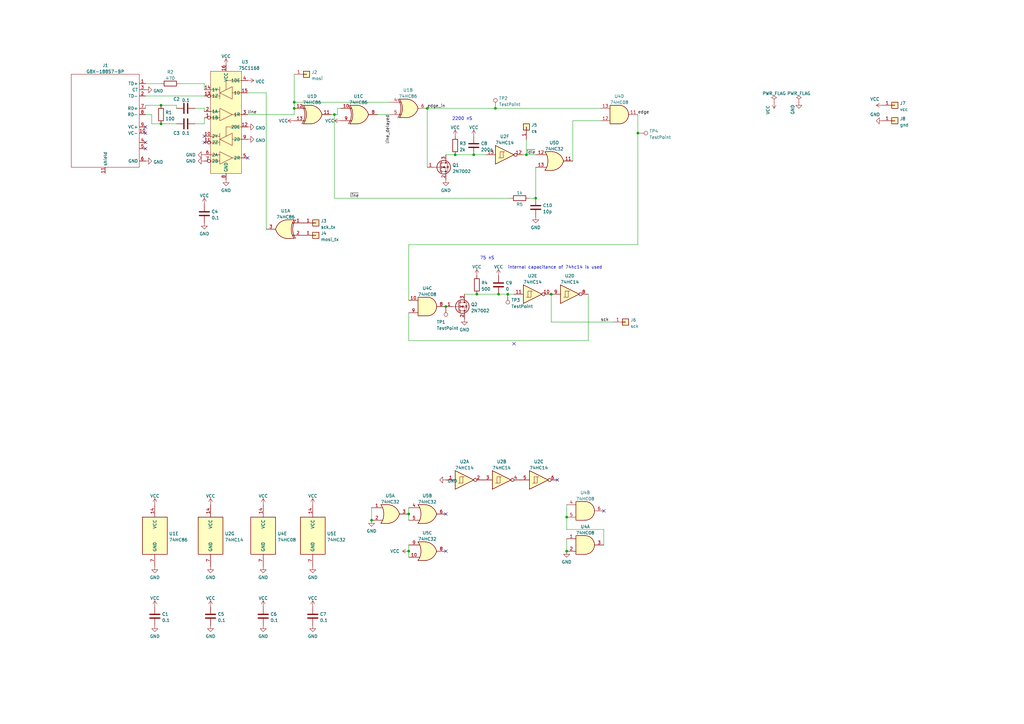
<source format=kicad_sch>
(kicad_sch (version 20211123) (generator eeschema)
  (paper "A3")
  (title_block (date "2022-09-06"))
  (lib_symbols
    (symbol "74xx:74HC14" (pin_names (offset 1.016))
      (property "Reference" "U" (at 0 1.27 0))
      (property "Value" "74HC14" (at 0 -1.27 0))
      (symbol "74HC14_1_0"
        (pin input line (at -7.62 0 0) (length 3.81) (name "~") (number "1"))
        (pin output inverted (at 7.62 0 180) (length 3.81) (name "~") (number "2"))
      )
      (symbol "74HC14_2_0"
        (pin input line (at -7.62 0 0) (length 3.81) (name "~") (number "3"))
        (pin output inverted (at 7.62 0 180) (length 3.81) (name "~") (number "4"))
      )
      (symbol "74HC14_3_0"
        (pin input line (at -7.62 0 0) (length 3.81) (name "~") (number "5"))
        (pin output inverted (at 7.62 0 180) (length 3.81) (name "~") (number "6"))
      )
      (symbol "74HC14_4_0"
        (pin output inverted (at 7.62 0 180) (length 3.81) (name "~") (number "8"))
        (pin input line (at -7.62 0 0) (length 3.81) (name "~") (number "9"))
      )
      (symbol "74HC14_5_0"
        (pin output inverted (at 7.62 0 180) (length 3.81) (name "~") (number "10"))
        (pin input line (at -7.62 0 0) (length 3.81) (name "~") (number "11"))
      )
      (symbol "74HC14_6_0"
        (pin output inverted (at 7.62 0 180) (length 3.81) (name "~") (number "12"))
        (pin input line (at -7.62 0 0) (length 3.81) (name "~") (number "13"))
      )
      (symbol "74HC14_7_0"
        (pin power_in line (at 0 12.7 270) (length 5.08) (name "VCC") (number "14"))
        (pin power_in line (at 0 -12.7 90) (length 5.08) (name "GND") (number "7"))
      )
    )
    (symbol "74xx:74HC86" (pin_names (offset 1.016))
      (property "Reference" "U" (at 0 1.27 0))
      (property "Value" "74HC86" (at 0 -1.27 0))
      (symbol "74HC86_1_0"
        (pin input line (at -7.62 2.54 0) (length 4.445) (name "~") (number "1"))
        (pin input line (at -7.62 -2.54 0) (length 4.445) (name "~") (number "2"))
        (pin output line (at 7.62 0 180) (length 3.81) (name "~") (number "3"))
      )
      (symbol "74HC86_2_0"
        (pin input line (at -7.62 2.54 0) (length 4.445) (name "~") (number "4"))
        (pin input line (at -7.62 -2.54 0) (length 4.445) (name "~") (number "5"))
        (pin output line (at 7.62 0 180) (length 3.81) (name "~") (number "6"))
      )
      (symbol "74HC86_3_0"
        (pin input line (at -7.62 -2.54 0) (length 4.445) (name "~") (number "10"))
        (pin output line (at 7.62 0 180) (length 3.81) (name "~") (number "8"))
        (pin input line (at -7.62 2.54 0) (length 4.445) (name "~") (number "9"))
      )
      (symbol "74HC86_4_0"
        (pin output line (at 7.62 0 180) (length 3.81) (name "~") (number "11"))
        (pin input line (at -7.62 2.54 0) (length 4.445) (name "~") (number "12"))
        (pin input line (at -7.62 -2.54 0) (length 4.445) (name "~") (number "13"))
      )
      (symbol "74HC86_5_0"
        (pin power_in line (at 0 12.7 270) (length 5.08) (name "VCC") (number "14"))
        (pin power_in line (at 0 -12.7 90) (length 5.08) (name "GND") (number "7"))
      )
    )
    (symbol "74xx:74LS08" (pin_names (offset 1.016))
      (property "Reference" "U" (at 0 1.27 0))
      (property "Value" "74LS08" (at 0 -1.27 0))
      (symbol "74LS08_1_1"
        (pin input line (at -7.62 2.54 0) (length 3.81) (name "~") (number "1"))
        (pin input line (at -7.62 -2.54 0) (length 3.81) (name "~") (number "2"))
        (pin output line (at 7.62 0 180) (length 3.81) (name "~") (number "3"))
      )
      (symbol "74LS08_1_2"
        (pin input inverted (at -7.62 2.54 0) (length 4.318) (name "~") (number "1"))
        (pin input inverted (at -7.62 -2.54 0) (length 4.318) (name "~") (number "2"))
        (pin output inverted (at 7.62 0 180) (length 3.81) (name "~") (number "3"))
      )
      (symbol "74LS08_2_1"
        (pin input line (at -7.62 2.54 0) (length 3.81) (name "~") (number "4"))
        (pin input line (at -7.62 -2.54 0) (length 3.81) (name "~") (number "5"))
        (pin output line (at 7.62 0 180) (length 3.81) (name "~") (number "6"))
      )
      (symbol "74LS08_2_2"
        (pin input inverted (at -7.62 2.54 0) (length 4.318) (name "~") (number "4"))
        (pin input inverted (at -7.62 -2.54 0) (length 4.318) (name "~") (number "5"))
        (pin output inverted (at 7.62 0 180) (length 3.81) (name "~") (number "6"))
      )
      (symbol "74LS08_3_1"
        (pin input line (at -7.62 -2.54 0) (length 3.81) (name "~") (number "10"))
        (pin output line (at 7.62 0 180) (length 3.81) (name "~") (number "8"))
        (pin input line (at -7.62 2.54 0) (length 3.81) (name "~") (number "9"))
      )
      (symbol "74LS08_3_2"
        (pin input inverted (at -7.62 -2.54 0) (length 4.318) (name "~") (number "10"))
        (pin output inverted (at 7.62 0 180) (length 3.81) (name "~") (number "8"))
        (pin input inverted (at -7.62 2.54 0) (length 4.318) (name "~") (number "9"))
      )
      (symbol "74LS08_4_1"
        (pin output line (at 7.62 0 180) (length 3.81) (name "~") (number "11"))
        (pin input line (at -7.62 2.54 0) (length 3.81) (name "~") (number "12"))
        (pin input line (at -7.62 -2.54 0) (length 3.81) (name "~") (number "13"))
      )
      (symbol "74LS08_4_2"
        (pin output inverted (at 7.62 0 180) (length 3.81) (name "~") (number "11"))
        (pin input inverted (at -7.62 2.54 0) (length 4.318) (name "~") (number "12"))
        (pin input inverted (at -7.62 -2.54 0) (length 4.318) (name "~") (number "13"))
      )
      (symbol "74LS08_5_0"
        (pin power_in line (at 0 12.7 270) (length 5.08) (name "VCC") (number "14"))
        (pin power_in line (at 0 -12.7 90) (length 5.08) (name "GND") (number "7"))
      )
    )
    (symbol "74xx:74LS32" (pin_names (offset 1.016))
      (property "Reference" "U" (at 0 1.27 0))
      (property "Value" "74LS32" (at 0 -1.27 0))
      (symbol "74LS32_1_1"
        (pin input line (at -7.62 2.54 0) (length 4.318) (name "~") (number "1"))
        (pin input line (at -7.62 -2.54 0) (length 4.318) (name "~") (number "2"))
        (pin output line (at 7.62 0 180) (length 3.81) (name "~") (number "3"))
      )
      (symbol "74LS32_1_2"
        (pin input inverted (at -7.62 2.54 0) (length 3.81) (name "~") (number "1"))
        (pin input inverted (at -7.62 -2.54 0) (length 3.81) (name "~") (number "2"))
        (pin output inverted (at 7.62 0 180) (length 3.81) (name "~") (number "3"))
      )
      (symbol "74LS32_2_1"
        (pin input line (at -7.62 2.54 0) (length 4.318) (name "~") (number "4"))
        (pin input line (at -7.62 -2.54 0) (length 4.318) (name "~") (number "5"))
        (pin output line (at 7.62 0 180) (length 3.81) (name "~") (number "6"))
      )
      (symbol "74LS32_2_2"
        (pin input inverted (at -7.62 2.54 0) (length 3.81) (name "~") (number "4"))
        (pin input inverted (at -7.62 -2.54 0) (length 3.81) (name "~") (number "5"))
        (pin output inverted (at 7.62 0 180) (length 3.81) (name "~") (number "6"))
      )
      (symbol "74LS32_3_1"
        (pin input line (at -7.62 -2.54 0) (length 4.318) (name "~") (number "10"))
        (pin output line (at 7.62 0 180) (length 3.81) (name "~") (number "8"))
        (pin input line (at -7.62 2.54 0) (length 4.318) (name "~") (number "9"))
      )
      (symbol "74LS32_3_2"
        (pin input inverted (at -7.62 -2.54 0) (length 3.81) (name "~") (number "10"))
        (pin output inverted (at 7.62 0 180) (length 3.81) (name "~") (number "8"))
        (pin input inverted (at -7.62 2.54 0) (length 3.81) (name "~") (number "9"))
      )
      (symbol "74LS32_4_1"
        (pin output line (at 7.62 0 180) (length 3.81) (name "~") (number "11"))
        (pin input line (at -7.62 2.54 0) (length 4.318) (name "~") (number "12"))
        (pin input line (at -7.62 -2.54 0) (length 4.318) (name "~") (number "13"))
      )
      (symbol "74LS32_4_2"
        (pin output inverted (at 7.62 0 180) (length 3.81) (name "~") (number "11"))
        (pin input inverted (at -7.62 2.54 0) (length 3.81) (name "~") (number "12"))
        (pin input inverted (at -7.62 -2.54 0) (length 3.81) (name "~") (number "13"))
      )
      (symbol "74LS32_5_0"
        (pin power_in line (at 0 12.7 270) (length 5.08) (name "VCC") (number "14"))
        (pin power_in line (at 0 -12.7 90) (length 5.08) (name "GND") (number "7"))
      )
    )
    (symbol "Connector:TestPoint" (pin_numbers hide) (pin_names (offset 0.762) hide)
      (property "Reference" "TP" (at 0 6.858 0))
      (property "Value" "TestPoint" (at 0 5.08 0))
      (symbol "TestPoint_1_1"
        (pin passive line (at 0 0 90) (length 2.54) (name "1") (number "1"))
      )
    )
    (symbol "Connector_Generic:Conn_01x01" (pin_names (offset 1.016) hide)
      (property "Reference" "J" (at 0 2.54 0))
      (property "Value" "Conn_01x01" (at 0 -2.54 0))
      (symbol "Conn_01x01_1_1"
        (pin passive line (at -5.08 0 0) (length 3.81) (name "Pin_1") (number "1"))
      )
    )
    (symbol "Device:C" (pin_numbers hide) (pin_names (offset 0.254))
      (property "Reference" "C" (at 0.635 2.54 0))
      (property "Value" "C" (at 0.635 -2.54 0))
      (symbol "C_1_1"
        (pin passive line (at 0 3.81 270) (length 2.794) (name "~") (number "1"))
        (pin passive line (at 0 -3.81 90) (length 2.794) (name "~") (number "2"))
      )
    )
    (symbol "Device:Q_NMOS_GSD" (pin_names (offset 0) hide)
      (property "Reference" "Q" (at 5.08 1.27 0))
      (property "Value" "Q_NMOS_GSD" (at 5.08 -1.27 0))
      (symbol "Q_NMOS_GSD_1_1"
        (pin input line (at -5.08 0 0) (length 2.54) (name "G") (number "1"))
        (pin passive line (at 2.54 -5.08 90) (length 2.54) (name "S") (number "2"))
        (pin passive line (at 2.54 5.08 270) (length 2.54) (name "D") (number "3"))
      )
    )
    (symbol "Device:R" (pin_numbers hide) (pin_names (offset 0))
      (property "Reference" "R" (at 2.032 0 90))
      (property "Value" "R" (at 0 0 90))
      (symbol "R_1_1"
        (pin passive line (at 0 3.81 270) (length 1.27) (name "~") (number "1"))
        (pin passive line (at 0 -3.81 90) (length 1.27) (name "~") (number "2"))
      )
    )
    (symbol "eth:75C1168"
      (property "Reference" "U" (at 8.89 -27.94 0))
      (property "Value" "75C1168" (at 8.89 -31.75 0))
      (symbol "75C1168_1_1"
        (pin input inverted (at 8.89 -6.35 180) (length 2.54) (name "1B") (number "1"))
        (pin output line (at 8.89 -13.97 180) (length 2.54) (name "2Y") (number "10"))
        (pin output inverted (at 8.89 -16.51 180) (length 2.54) (name "2Z") (number "11"))
        (pin input line (at -8.89 -10.16 0) (length 2.54) (name "2DE") (number "12"))
        (pin output inverted (at 8.89 2.54 180) (length 2.54) (name "1Z") (number "13"))
        (pin output line (at 8.89 5.08 180) (length 2.54) (name "1Y") (number "14"))
        (pin input line (at -8.89 3.81 0) (length 2.54) (name "1D") (number "15"))
        (pin power_in line (at 0 15.24 270) (length 2.54) (name "VCC") (number "16"))
        (pin input line (at 8.89 -3.81 180) (length 2.54) (name "1A") (number "2"))
        (pin output line (at -8.89 -5.08 0) (length 2.54) (name "1R") (number "3"))
        (pin input line (at -8.89 8.89 0) (length 2.54) (name "1DE") (number "4"))
        (pin output line (at -8.89 -22.86 0) (length 2.54) (name "2R") (number "5"))
        (pin input line (at 8.89 -21.59 180) (length 2.54) (name "2A") (number "6"))
        (pin input inverted (at 8.89 -24.13 180) (length 2.54) (name "2B") (number "7"))
        (pin power_in line (at 0 -31.75 90) (length 2.54) (name "GND") (number "8"))
        (pin input line (at -8.89 -15.24 0) (length 2.54) (name "2D") (number "9"))
      )
    )
    (symbol "eth:G8X-188S7-BP"
      (property "Reference" "J" (at 0 22.86 0))
      (property "Value" "G8X-188S7-BP" (at 0 20.32 0))
      (symbol "G8X-188S7-BP_1_1"
        (pin input line (at 16.51 11.43 180) (length 2.54) (name "TD+") (number "1"))
        (pin output line (at 16.51 -8.89 180) (length 2.54) (name "VC-") (number "10"))
        (pin free line (at 0 -25.4 90) (length 2.54) (name "shield") (number "11"))
        (pin input line (at 16.51 6.35 180) (length 2.54) (name "TD-") (number "2"))
        (pin passive line (at 16.51 8.89 180) (length 2.54) (name "CT") (number "3"))
        (pin passive line (at 16.51 -12.7 180) (length 2.54) (name "") (number "4"))
        (pin passive line (at 16.51 -15.24 180) (length 2.54) (name "") (number "5"))
        (pin power_in line (at 16.51 -20.32 180) (length 2.54) (name "GND") (number "6"))
        (pin output line (at 16.51 1.27 180) (length 2.54) (name "RD+") (number "7"))
        (pin output line (at 16.51 -1.27 180) (length 2.54) (name "RD-") (number "8"))
        (pin output line (at 16.51 -6.35 180) (length 2.54) (name "VC+") (number "9"))
      )
    )
    (symbol "power:GND" (power) (pin_names (offset 0))
      (property "Value" "GND" (at 0 -3.81 0))
      (symbol "GND_1_1"
        (pin power_in line (at 0 0 270) (length 0) hide (name "GND") (number "1"))
      )
    )
    (symbol "power:PWR_FLAG" (power) (pin_numbers hide) (pin_names (offset 0) hide)
      (property "Value" "PWR_FLAG" (at 0 3.81 0))
      (symbol "PWR_FLAG_0_0"
        (pin power_out line (at 0 0 90) (length 0) (name "pwr") (number "1"))
      )
    )
    (symbol "power:VCC" (power) (pin_names (offset 0))
      (property "Value" "VCC" (at 0 3.81 0))
      (symbol "VCC_1_1"
        (pin power_in line (at 0 0 90) (length 0) hide (name "VCC") (number "1"))
      )
    )
  )
  (junction (at 208.28 120.65))
  (junction (at 182.88 125.73))
  (junction (at 194.31 63.5))
  (junction (at 195.58 120.65))
  (junction (at 66.04 43.18))
  (junction (at 186.69 63.5))
  (junction (at 66.04 50.8))
  (junction (at 203.2 44.45))
  (junction (at 175.26 44.45))
  (junction (at 167.64 226.06))
  (junction (at 226.06 120.65))
  (junction (at 232.41 212.09))
  (junction (at 167.64 210.82))
  (junction (at 120.65 41.91))
  (junction (at 261.62 54.61))
  (junction (at 204.47 120.65))
  (junction (at 219.71 81.28))
  (junction (at 215.9 63.5))
  (junction (at 152.4 213.36))
  (junction (at 232.41 226.06))
  (junction (at 120.65 44.45))
  (junction (at 137.16 46.99))
  (no_connect (at 59.69 54.61))
  (no_connect (at 59.69 52.07))
  (no_connect (at 59.69 58.42))
  (no_connect (at 59.69 60.96))
  (no_connect (at 83.82 58.42))
  (no_connect (at 101.6 64.77))
  (no_connect (at 83.82 55.88))
  (no_connect (at 182.88 210.82))
  (no_connect (at 228.6 196.85))
  (no_connect (at 182.88 226.06))
  (no_connect (at 210.82 140.97))
  (no_connect (at 247.65 209.55))
  (wire (pts (xy 219.71 81.28) (xy 219.71 68.58)))
  (wire (pts (xy 232.41 220.98) (xy 232.41 226.06)))
  (wire (pts (xy 232.41 207.01) (xy 232.41 212.09)))
  (wire (pts (xy 138.43 46.99) (xy 138.43 44.45)))
  (wire (pts (xy 73.66 34.29) (xy 83.82 34.29)))
  (wire (pts (xy 59.69 34.29) (xy 66.04 34.29)))
  (wire (pts (xy 138.43 44.45) (xy 139.7 44.45)))
  (wire (pts (xy 175.26 44.45) (xy 203.2 44.45)))
  (wire (pts (xy 120.65 44.45) (xy 120.65 46.99)))
  (wire (pts (xy 190.5 120.65) (xy 195.58 120.65)))
  (wire (pts (xy 101.6 46.99) (xy 120.65 46.99)))
  (wire (pts (xy 72.39 43.18) (xy 72.39 44.45)))
  (wire (pts (xy 59.69 46.99) (xy 62.23 46.99)))
  (wire (pts (xy 167.64 100.33) (xy 261.62 100.33)))
  (wire (pts (xy 208.28 120.65) (xy 210.82 120.65)))
  (wire (pts (xy 226.06 132.08) (xy 251.46 132.08)))
  (wire (pts (xy 214.63 63.5) (xy 215.9 63.5)))
  (wire (pts (xy 160.02 41.91) (xy 120.65 41.91)))
  (wire (pts (xy 226.06 120.65) (xy 226.06 132.08)))
  (wire (pts (xy 204.47 120.65) (xy 208.28 120.65)))
  (wire (pts (xy 83.82 45.72) (xy 83.82 44.45)))
  (wire (pts (xy 109.22 38.1) (xy 109.22 93.98)))
  (wire (pts (xy 167.64 128.27) (xy 167.64 139.7)))
  (wire (pts (xy 182.88 63.5) (xy 186.69 63.5)))
  (wire (pts (xy 194.31 63.5) (xy 199.39 63.5)))
  (wire (pts (xy 232.41 212.09) (xy 232.41 217.17)))
  (wire (pts (xy 261.62 54.61) (xy 261.62 100.33)))
  (wire (pts (xy 241.3 139.7) (xy 241.3 120.65)))
  (wire (pts (xy 80.01 50.8) (xy 83.82 50.8)))
  (wire (pts (xy 59.69 43.18) (xy 59.69 44.45)))
  (wire (pts (xy 232.41 217.17) (xy 247.65 217.17)))
  (wire (pts (xy 195.58 120.65) (xy 204.47 120.65)))
  (wire (pts (xy 167.64 226.06) (xy 167.64 228.6)))
  (wire (pts (xy 186.69 63.5) (xy 194.31 63.5)))
  (wire (pts (xy 62.23 46.99) (xy 62.23 50.8)))
  (wire (pts (xy 66.04 43.18) (xy 59.69 43.18)))
  (wire (pts (xy 216.916 81.28) (xy 219.71 81.28)))
  (wire (pts (xy 83.82 50.8) (xy 83.82 48.26)))
  (wire (pts (xy 234.95 49.53) (xy 246.38 49.53)))
  (wire (pts (xy 137.16 81.28) (xy 209.296 81.28)))
  (wire (pts (xy 167.64 208.28) (xy 167.64 210.82)))
  (wire (pts (xy 135.89 46.99) (xy 137.16 46.99)))
  (wire (pts (xy 203.2 44.45) (xy 246.38 44.45)))
  (wire (pts (xy 59.69 39.37) (xy 83.82 39.37)))
  (wire (pts (xy 247.65 217.17) (xy 247.65 223.52)))
  (wire (pts (xy 167.64 223.52) (xy 167.64 226.06)))
  (wire (pts (xy 120.65 30.48) (xy 120.65 41.91)))
  (wire (pts (xy 137.16 46.99) (xy 138.43 46.99)))
  (wire (pts (xy 167.64 123.19) (xy 167.64 100.33)))
  (wire (pts (xy 261.62 46.99) (xy 261.62 54.61)))
  (wire (pts (xy 120.65 41.91) (xy 120.65 44.45)))
  (wire (pts (xy 167.64 139.7) (xy 241.3 139.7)))
  (wire (pts (xy 152.4 208.28) (xy 152.4 213.36)))
  (wire (pts (xy 137.16 46.99) (xy 137.16 81.28)))
  (wire (pts (xy 66.04 43.18) (xy 72.39 43.18)))
  (wire (pts (xy 101.6 38.1) (xy 109.22 38.1)))
  (wire (pts (xy 175.26 44.45) (xy 175.26 68.58)))
  (wire (pts (xy 80.01 44.45) (xy 83.82 44.45)))
  (wire (pts (xy 215.9 57.15) (xy 215.9 63.5)))
  (wire (pts (xy 154.94 46.99) (xy 160.02 46.99)))
  (wire (pts (xy 83.82 34.29) (xy 83.82 36.83)))
  (wire (pts (xy 215.9 63.5) (xy 219.71 63.5)))
  (wire (pts (xy 66.04 50.8) (xy 72.39 50.8)))
  (wire (pts (xy 167.64 210.82) (xy 167.64 213.36)))
  (wire (pts (xy 62.23 50.8) (xy 66.04 50.8)))
  (wire (pts (xy 234.95 49.53) (xy 234.95 66.04)))
  (text "2200 nS" (at 185.42 49.53 0) (effects (font (size 1.27 1.27)) (justify left bottom)))
  (text "internal capacitance of 74hc14 is used" (at 208.28 110.49 0) (effects (font (size 1.27 1.27)) (justify left bottom)))
  (text "75 nS" (at 196.85 106.68 0) (effects (font (size 1.27 1.27)) (justify left bottom)))
  (label "edge" (at 261.62 46.99 0))
  (label "line_delayed" (at 160.02 46.99 270))
  (label "edge_in" (at 175.26 44.45 0))
  (label "sck" (at 246.38 132.08 0))
  (label "~{idle}" (at 215.9 63.5 0))
  (label "line" (at 101.6 46.99 0))
  (label "~{line}" (at 143.51 81.28 0))
  (symbol (lib_id "power:VCC") (at 128.27 248.92 0) (unit 1)
    (property "Reference" "#PWR027" (effects hide))
    (property "Value" "VCC" (at 128.27 245.3442 0))
  )
  (symbol (lib_id "power:PWR_FLAG") (at 317.5 41.91 0) (unit 1)
    (property "Reference" "#FLG01" (effects hide))
    (property "Value" "PWR_FLAG" (at 317.5 38.3342 0))
  )
  (symbol (lib_id "power:GND") (at 152.4 213.36 0) (mirror y) (unit 1)
    (property "Reference" "#PWR030" (effects hide))
    (property "Value" "GND" (at 152.4 217.8034 0))
  )
  (symbol (lib_id "power:VCC") (at 167.64 226.06 90) (unit 1)
    (property "Reference" "#PWR031" (effects hide))
    (property "Value" "VCC" (at 160.02 226.06 90) (effects (justify right)))
  )
  (symbol (lib_id "power:GND") (at 92.71 73.66 0) (unit 1)
    (property "Reference" "#PWR016" (effects hide))
    (property "Value" "GND" (at 92.71 78.1034 0))
  )
  (symbol (lib_id "power:VCC") (at 139.7 49.53 90) (unit 1)
    (property "Reference" "#PWR0102" (effects hide))
    (property "Value" "VCC" (at 133.35 49.53 90) (effects (justify right)))
  )
  (symbol (lib_id "power:PWR_FLAG") (at 327.66 41.91 0) (unit 1)
    (property "Reference" "#FLG02" (effects hide))
    (property "Value" "PWR_FLAG" (at 327.66 38.3342 0))
  )
  (symbol (lib_id "power:VCC") (at 92.71 26.67 0) (unit 1)
    (property "Reference" "#PWR015" (effects hide))
    (property "Value" "VCC" (at 92.71 23.0942 0))
  )
  (symbol (lib_id "power:VCC") (at 107.95 248.92 0) (unit 1)
    (property "Reference" "#PWR022" (effects hide))
    (property "Value" "VCC" (at 107.95 245.3442 0))
  )
  (symbol (lib_id "power:GND") (at 59.69 66.04 90) (unit 1)
    (property "Reference" "#PWR02" (effects hide))
    (property "Value" "GND" (at 62.865 66.4738 90) (effects (justify right)))
  )
  (symbol (lib_id "74xx:74LS08") (at 254 46.99 0) (mirror x) (unit 4)
    (property "Reference" "U4" (at 254 39.4802 0))
    (property "Value" "74HC08" (at 254 42.0171 0))
    (property "Footprint" "Package_SO:SOIC-14_3.9x8.7mm_P1.27mm" (effects hide))
    (property "Datasheet" "http://www.ti.com/lit/gpn/sn74LS08" (effects hide))
  )
  (symbol (lib_id "74xx:74HC86") (at 167.64 44.45 0) (unit 2)
    (property "Reference" "U1" (at 167.3352 36.9402 0))
    (property "Value" "74HC86" (at 167.3352 39.4771 0))
    (property "Footprint" "Package_SO:SOIC-14_3.9x8.7mm_P1.27mm" (effects hide))
    (property "Datasheet" "http://www.ti.com/lit/gpn/sn74HC86" (effects hide))
  )
  (symbol (lib_id "Connector:TestPoint") (at 182.88 125.73 180) (unit 1)
    (property "Reference" "TP1" (at 179.07 132.08 0) (effects (justify right)))
    (property "Value" "TestPoint" (at 179.07 134.62 0) (effects (justify right)))
    (property "Footprint" "TestPoint:TestPoint_Pad_D3.0mm" (effects hide))
  )
  (symbol (lib_id "Connector_Generic:Conn_01x01") (at 129.54 96.52 0) (unit 1)
    (property "Reference" "J4" (at 131.572 95.6853 0) (effects (justify left)))
    (property "Value" "mosi_tx" (at 131.572 98.2222 0) (effects (justify left)))
    (property "Footprint" "Connector_Wire:SolderWire-0.25sqmm_1x01_D0.65mm_OD2mm_Relief" (effects hide))
  )
  (symbol (lib_id "Connector_Generic:Conn_01x01") (at 129.54 91.44 0) (unit 1)
    (property "Reference" "J3" (at 131.572 90.6053 0) (effects (justify left)))
    (property "Value" "sck_tx" (at 131.572 93.1422 0) (effects (justify left)))
    (property "Footprint" "Connector_Wire:SolderWire-0.25sqmm_1x01_D0.65mm_OD2mm_Relief" (effects hide))
  )
  (symbol (lib_id "Device:C") (at 219.71 85.09 0) (unit 1)
    (property "Reference" "C10" (at 222.631 84.2553 0) (effects (justify left)))
    (property "Value" "10p" (at 222.631 86.7922 0) (effects (justify left)))
    (property "Footprint" "Capacitor_SMD:C_0805_2012Metric" (effects hide))
  )
  (symbol (lib_id "power:GND") (at 101.6 57.15 90) (unit 1)
    (property "Reference" "#PWR019" (effects hide))
    (property "Value" "GND" (at 104.775 57.5838 90) (effects (justify right)))
  )
  (symbol (lib_id "74xx:74HC14") (at 220.98 196.85 0) (unit 3)
    (property "Reference" "U2" (at 220.98 189.3402 0))
    (property "Value" "74HC14" (at 220.98 191.8771 0))
    (property "Footprint" "Package_SO:SOIC-14_3.9x8.7mm_P1.27mm" (effects hide))
    (property "Datasheet" "http://www.ti.com/lit/gpn/sn74HC14" (effects hide))
  )
  (symbol (lib_id "74xx:74HC86") (at 147.32 46.99 0) (mirror x) (unit 3)
    (property "Reference" "U1" (at 147.0152 39.4802 0))
    (property "Value" "74HC86" (at 147.0152 42.0171 0))
    (property "Footprint" "Package_SO:SOIC-14_3.9x8.7mm_P1.27mm" (effects hide))
    (property "Datasheet" "http://www.ti.com/lit/gpn/sn74HC86" (effects hide))
  )
  (symbol (lib_id "power:GND") (at 83.82 91.44 0) (unit 1)
    (property "Reference" "#PWR010" (effects hide))
    (property "Value" "GND" (at 83.82 95.8834 0))
  )
  (symbol (lib_id "power:GND") (at 83.82 63.5 270) (unit 1)
    (property "Reference" "#PWR07" (effects hide))
    (property "Value" "GND" (at 76.2 63.5 90) (effects (justify left)))
  )
  (symbol (lib_id "74xx:74HC14") (at 233.68 120.65 0) (unit 4)
    (property "Reference" "U2" (at 233.68 113.1402 0))
    (property "Value" "74HC14" (at 233.68 115.6771 0))
    (property "Footprint" "Package_SO:SOIC-14_3.9x8.7mm_P1.27mm" (effects hide))
    (property "Datasheet" "http://www.ti.com/lit/gpn/sn74HC14" (effects hide))
  )
  (symbol (lib_id "power:GND") (at 182.88 73.66 0) (unit 1)
    (property "Reference" "#PWR033" (effects hide))
    (property "Value" "GND" (at 182.88 78.1034 0))
  )
  (symbol (lib_id "power:VCC") (at 128.27 207.01 0) (unit 1)
    (property "Reference" "#PWR025" (effects hide))
    (property "Value" "VCC" (at 128.27 203.4342 0))
  )
  (symbol (lib_id "74xx:74LS32") (at 175.26 226.06 0) (unit 3)
    (property "Reference" "U5" (at 175.26 218.5502 0))
    (property "Value" "74HC32" (at 175.26 221.0871 0))
    (property "Footprint" "Package_SO:SOIC-14_3.9x8.7mm_P1.27mm" (effects hide))
    (property "Datasheet" "http://www.ti.com/lit/gpn/sn74LS32" (effects hide))
  )
  (symbol (lib_id "Device:C") (at 86.36 252.73 0) (unit 1)
    (property "Reference" "C5" (at 89.281 251.8953 0) (effects (justify left)))
    (property "Value" "0.1" (at 89.281 254.4322 0) (effects (justify left)))
    (property "Footprint" "Capacitor_SMD:C_0805_2012Metric" (effects hide))
  )
  (symbol (lib_id "power:GND") (at 86.36 256.54 0) (unit 1)
    (property "Reference" "#PWR014" (effects hide))
    (property "Value" "GND" (at 86.36 260.9834 0))
  )
  (symbol (lib_id "74xx:74HC14") (at 218.44 120.65 0) (unit 5)
    (property "Reference" "U2" (at 218.44 113.1402 0))
    (property "Value" "74HC14" (at 218.44 115.6771 0))
    (property "Footprint" "Package_SO:SOIC-14_3.9x8.7mm_P1.27mm" (effects hide))
    (property "Datasheet" "http://www.ti.com/lit/gpn/sn74HC14" (effects hide))
  )
  (symbol (lib_id "Connector:TestPoint") (at 203.2 44.45 0) (unit 1)
    (property "Reference" "TP2" (at 204.597 40.3133 0) (effects (justify left)))
    (property "Value" "TestPoint" (at 204.597 42.8502 0) (effects (justify left)))
    (property "Footprint" "TestPoint:TestPoint_Pad_D3.0mm" (effects hide))
  )
  (symbol (lib_id "Device:C") (at 63.5 252.73 0) (unit 1)
    (property "Reference" "C1" (at 66.421 251.8953 0) (effects (justify left)))
    (property "Value" "0.1" (at 66.421 254.4322 0) (effects (justify left)))
    (property "Footprint" "Capacitor_SMD:C_0805_2012Metric" (effects hide))
  )
  (symbol (lib_id "Connector_Generic:Conn_01x01") (at 125.73 30.48 0) (unit 1)
    (property "Reference" "J2" (at 127.762 29.6453 0) (effects (justify left)))
    (property "Value" "mosi" (at 127.762 32.1822 0) (effects (justify left)))
    (property "Footprint" "Connector_Wire:SolderWire-0.25sqmm_1x01_D0.65mm_OD2mm_Relief" (effects hide))
  )
  (symbol (lib_id "power:VCC") (at 86.36 248.92 0) (unit 1)
    (property "Reference" "#PWR013" (effects hide))
    (property "Value" "VCC" (at 86.36 245.3442 0))
  )
  (symbol (lib_id "74xx:74HC14") (at 207.01 63.5 0) (unit 6)
    (property "Reference" "U2" (at 207.01 55.9902 0))
    (property "Value" "74HC14" (at 207.01 58.5271 0))
    (property "Footprint" "Package_SO:SOIC-14_3.9x8.7mm_P1.27mm" (effects hide))
    (property "Datasheet" "http://www.ti.com/lit/gpn/sn74HC14" (effects hide))
  )
  (symbol (lib_id "power:GND") (at 63.5 256.54 0) (unit 1)
    (property "Reference" "#PWR06" (effects hide))
    (property "Value" "GND" (at 63.5 260.9834 0))
  )
  (symbol (lib_id "Device:C") (at 107.95 252.73 0) (unit 1)
    (property "Reference" "C6" (at 110.871 251.8953 0) (effects (justify left)))
    (property "Value" "0.1" (at 110.871 254.4322 0) (effects (justify left)))
    (property "Footprint" "Capacitor_SMD:C_0805_2012Metric" (effects hide))
  )
  (symbol (lib_id "Device:C") (at 76.2 44.45 90) (unit 1)
    (property "Reference" "C2" (at 72.39 40.64 90))
    (property "Value" "0.1" (at 76.2 41.1281 90))
    (property "Footprint" "Capacitor_SMD:C_0805_2012Metric" (effects hide))
  )
  (symbol (lib_id "74xx:74LS32") (at 128.27 219.71 0) (unit 5)
    (property "Reference" "U5" (at 134.112 218.8753 0) (effects (justify left)))
    (property "Value" "74HC32" (at 134.112 221.4122 0) (effects (justify left)))
    (property "Footprint" "Package_SO:SOIC-14_3.9x8.7mm_P1.27mm" (effects hide))
    (property "Datasheet" "http://www.ti.com/lit/gpn/sn74LS32" (effects hide))
  )
  (symbol (lib_id "power:VCC") (at 63.5 248.92 0) (unit 1)
    (property "Reference" "#PWR05" (effects hide))
    (property "Value" "VCC" (at 63.5 245.3442 0))
  )
  (symbol (lib_id "Device:C") (at 83.82 87.63 0) (unit 1)
    (property "Reference" "C4" (at 86.741 86.7953 0) (effects (justify left)))
    (property "Value" "0.1" (at 86.741 89.3322 0) (effects (justify left)))
    (property "Footprint" "Capacitor_SMD:C_0805_2012Metric" (effects hide))
  )
  (symbol (lib_id "74xx:74HC86") (at 116.84 93.98 0) (mirror y) (unit 1)
    (property "Reference" "U1" (at 117.1448 86.4702 0))
    (property "Value" "74HC86" (at 117.1448 89.0071 0))
    (property "Footprint" "Package_SO:SOIC-14_3.9x8.7mm_P1.27mm" (effects hide))
    (property "Datasheet" "http://www.ti.com/lit/gpn/sn74HC86" (effects hide))
  )
  (symbol (lib_id "Connector_Generic:Conn_01x01") (at 367.03 49.53 0) (unit 1)
    (property "Reference" "J8" (at 369.062 48.6953 0) (effects (justify left)))
    (property "Value" "gnd" (at 369.062 51.2322 0) (effects (justify left)))
    (property "Footprint" "Connector_Wire:SolderWire-0.25sqmm_1x01_D0.65mm_OD2mm_Relief" (effects hide))
  )
  (symbol (lib_id "Device:R") (at 186.69 59.69 0) (unit 1)
    (property "Reference" "R3" (at 188.468 58.8553 0) (effects (justify left)))
    (property "Value" "2k" (at 188.468 61.3922 0) (effects (justify left)))
    (property "Footprint" "Resistor_SMD:R_0805_2012Metric" (effects hide))
  )
  (symbol (lib_id "74xx:74HC14") (at 190.5 196.85 0) (unit 1)
    (property "Reference" "U2" (at 190.5 189.3402 0))
    (property "Value" "74HC14" (at 190.5 191.8771 0))
    (property "Footprint" "Package_SO:SOIC-14_3.9x8.7mm_P1.27mm" (effects hide))
    (property "Datasheet" "http://www.ti.com/lit/gpn/sn74HC14" (effects hide))
  )
  (symbol (lib_id "power:GND") (at 327.66 41.91 0) (unit 1)
    (property "Reference" "#PWR043" (effects hide))
    (property "Value" "GND" (at 325.12 46.99 90) (effects (justify left)))
  )
  (symbol (lib_id "74xx:74HC14") (at 205.74 196.85 0) (unit 2)
    (property "Reference" "U2" (at 205.74 189.3402 0))
    (property "Value" "74HC14" (at 205.74 191.8771 0))
    (property "Footprint" "Package_SO:SOIC-14_3.9x8.7mm_P1.27mm" (effects hide))
    (property "Datasheet" "http://www.ti.com/lit/gpn/sn74HC14" (effects hide))
  )
  (symbol (lib_id "power:GND") (at 361.95 49.53 270) (unit 1)
    (property "Reference" "#PWR045" (effects hide))
    (property "Value" "GND" (at 356.87 46.99 90) (effects (justify left)))
  )
  (symbol (lib_id "Device:C") (at 76.2 50.8 90) (unit 1)
    (property "Reference" "C3" (at 72.39 54.61 90))
    (property "Value" "0.1" (at 76.2 54.61 90))
    (property "Footprint" "Capacitor_SMD:C_0805_2012Metric" (effects hide))
  )
  (symbol (lib_id "74xx:74HC86") (at 128.27 46.99 0) (unit 4)
    (property "Reference" "U1" (at 127.9652 39.4802 0))
    (property "Value" "74HC86" (at 127.9652 42.0171 0))
    (property "Footprint" "Package_SO:SOIC-14_3.9x8.7mm_P1.27mm" (effects hide))
    (property "Datasheet" "http://www.ti.com/lit/gpn/sn74HC86" (effects hide))
  )
  (symbol (lib_id "eth:G8X-188S7-BP") (at 43.18 45.72 0) (unit 1)
    (property "Reference" "J1" (at 43.18 26.831 0))
    (property "Value" "G8X-188S7-BP" (at 43.18 29.3679 0))
    (property "Footprint" "eth:G8X-188S7-BP" (effects hide))
    (property "Datasheet" "https://www.kycon.com/Pub_Eng_Draw/G8X-188S7-BP.pdf" (effects hide))
  )
  (symbol (lib_id "power:GND") (at 63.5 232.41 0) (unit 1)
    (property "Reference" "#PWR04" (effects hide))
    (property "Value" "GND" (at 63.5 236.8534 0))
  )
  (symbol (lib_id "Device:C") (at 204.47 116.84 0) (unit 1)
    (property "Reference" "C9" (at 207.391 116.0053 0) (effects (justify left)))
    (property "Value" "0" (at 207.391 118.5422 0) (effects (justify left)))
    (property "Footprint" "Capacitor_SMD:C_0805_2012Metric" (effects hide))
  )
  (symbol (lib_id "power:VCC") (at 86.36 207.01 0) (unit 1)
    (property "Reference" "#PWR011" (effects hide))
    (property "Value" "VCC" (at 86.36 203.4342 0))
  )
  (symbol (lib_id "power:VCC") (at 63.5 207.01 0) (unit 1)
    (property "Reference" "#PWR03" (effects hide))
    (property "Value" "VCC" (at 63.5 203.4342 0))
  )
  (symbol (lib_id "74xx:74LS08") (at 240.03 209.55 0) (unit 2)
    (property "Reference" "U4" (at 240.03 202.0402 0))
    (property "Value" "74HC08" (at 240.03 204.5771 0))
    (property "Footprint" "Package_SO:SOIC-14_3.9x8.7mm_P1.27mm" (effects hide))
    (property "Datasheet" "http://www.ti.com/lit/gpn/sn74LS08" (effects hide))
  )
  (symbol (lib_id "74xx:74HC14") (at 86.36 219.71 0) (unit 7)
    (property "Reference" "U2" (at 92.202 218.8753 0) (effects (justify left)))
    (property "Value" "74HC14" (at 92.202 221.4122 0) (effects (justify left)))
    (property "Footprint" "Package_SO:SOIC-14_3.9x8.7mm_P1.27mm" (effects hide))
    (property "Datasheet" "http://www.ti.com/lit/gpn/sn74HC14" (effects hide))
  )
  (symbol (lib_id "74xx:74HC86") (at 63.5 219.71 0) (unit 5)
    (property "Reference" "U1" (at 69.342 218.8753 0) (effects (justify left)))
    (property "Value" "74HC86" (at 69.342 221.4122 0) (effects (justify left)))
    (property "Footprint" "Package_SO:SOIC-14_3.9x8.7mm_P1.27mm" (effects hide))
    (property "Datasheet" "http://www.ti.com/lit/gpn/sn74HC86" (effects hide))
  )
  (symbol (lib_id "power:GND") (at 232.41 226.06 0) (mirror y) (unit 1)
    (property "Reference" "#PWR0104" (effects hide))
    (property "Value" "GND" (at 232.41 230.5034 0))
  )
  (symbol (lib_id "power:VCC") (at 101.6 33.02 270) (unit 1)
    (property "Reference" "#PWR017" (effects hide))
    (property "Value" "VCC" (at 104.775 33.4538 90) (effects (justify left)))
  )
  (symbol (lib_id "74xx:74LS08") (at 107.95 219.71 0) (unit 5)
    (property "Reference" "U4" (at 113.792 218.8753 0) (effects (justify left)))
    (property "Value" "74HC08" (at 113.792 221.4122 0) (effects (justify left)))
    (property "Footprint" "Package_SO:SOIC-14_3.9x8.7mm_P1.27mm" (effects hide))
    (property "Datasheet" "http://www.ti.com/lit/gpn/sn74LS08" (effects hide))
  )
  (symbol (lib_id "Connector:TestPoint") (at 208.28 120.65 180) (unit 1)
    (property "Reference" "TP3" (at 209.677 123.1173 0) (effects (justify right)))
    (property "Value" "TestPoint" (at 209.677 125.6542 0) (effects (justify right)))
    (property "Footprint" "TestPoint:TestPoint_Pad_D3.0mm" (effects hide))
  )
  (symbol (lib_id "power:VCC") (at 83.82 83.82 0) (unit 1)
    (property "Reference" "#PWR09" (effects hide))
    (property "Value" "VCC" (at 83.82 80.2442 0))
  )
  (symbol (lib_id "power:GND") (at 107.95 232.41 0) (unit 1)
    (property "Reference" "#PWR021" (effects hide))
    (property "Value" "GND" (at 107.95 236.8534 0))
  )
  (symbol (lib_id "Device:R") (at 69.85 34.29 90) (unit 1)
    (property "Reference" "R2" (at 69.85 29.5742 90))
    (property "Value" "470" (at 69.85 32.1111 90))
    (property "Footprint" "Resistor_SMD:R_0805_2012Metric" (effects hide))
  )
  (symbol (lib_id "74xx:74LS08") (at 240.03 223.52 0) (unit 1)
    (property "Reference" "U4" (at 240.03 216.0102 0))
    (property "Value" "74HC08" (at 240.03 218.5471 0))
    (property "Footprint" "Package_SO:SOIC-14_3.9x8.7mm_P1.27mm" (effects hide))
    (property "Datasheet" "http://www.ti.com/lit/gpn/sn74LS08" (effects hide))
  )
  (symbol (lib_id "power:GND") (at 190.5 130.81 0) (unit 1)
    (property "Reference" "#PWR035" (effects hide))
    (property "Value" "GND" (at 190.5 135.2534 0))
  )
  (symbol (lib_id "power:VCC") (at 204.47 113.03 0) (unit 1)
    (property "Reference" "#PWR039" (effects hide))
    (property "Value" "VCC" (at 204.47 109.4542 0))
  )
  (symbol (lib_id "power:VCC") (at 120.65 49.53 90) (unit 1)
    (property "Reference" "#PWR0103" (effects hide))
    (property "Value" "VCC" (at 114.3 49.53 90) (effects (justify right)))
  )
  (symbol (lib_id "Connector:TestPoint") (at 261.62 54.61 270) (unit 1)
    (property "Reference" "TP4" (at 266.319 53.7753 90) (effects (justify left)))
    (property "Value" "TestPoint" (at 266.319 56.3122 90) (effects (justify left)))
    (property "Footprint" "TestPoint:TestPoint_Pad_D3.0mm" (effects hide))
  )
  (symbol (lib_id "Connector_Generic:Conn_01x01") (at 215.9 52.07 90) (unit 1)
    (property "Reference" "J5" (at 217.932 51.2353 90) (effects (justify right)))
    (property "Value" "cs" (at 217.932 53.7722 90) (effects (justify right)))
    (property "Footprint" "Connector_Wire:SolderWire-0.25sqmm_1x01_D0.65mm_OD2mm_Relief" (effects hide))
  )
  (symbol (lib_id "74xx:74LS08") (at 175.26 125.73 0) (mirror x) (unit 3)
    (property "Reference" "U4" (at 175.26 118.2202 0))
    (property "Value" "74HC08" (at 175.26 120.7571 0))
    (property "Footprint" "Package_SO:SOIC-14_3.9x8.7mm_P1.27mm" (effects hide))
    (property "Datasheet" "http://www.ti.com/lit/gpn/sn74LS08" (effects hide))
  )
  (symbol (lib_id "power:VCC") (at 186.69 55.88 0) (unit 1)
    (property "Reference" "#PWR034" (effects hide))
    (property "Value" "VCC" (at 186.69 52.3042 0))
  )
  (symbol (lib_id "eth:75C1168") (at 92.71 41.91 0) (mirror y) (unit 1)
    (property "Reference" "U3" (at 99.06 25.4 0) (effects (justify right)))
    (property "Value" "75C1168" (at 97.79 27.94 0) (effects (justify right)))
    (property "Footprint" "Package_DIP:DIP-16_W7.62mm" (effects hide))
  )
  (symbol (lib_id "power:VCC") (at 317.5 41.91 180) (unit 1)
    (property "Reference" "#PWR042" (effects hide))
    (property "Value" "VCC" (at 314.96 46.99 90) (effects (justify right)))
  )
  (symbol (lib_id "Connector_Generic:Conn_01x01") (at 256.54 132.08 0) (unit 1)
    (property "Reference" "J6" (at 258.572 131.2453 0) (effects (justify left)))
    (property "Value" "sck" (at 258.572 133.7822 0) (effects (justify left)))
    (property "Footprint" "Connector_Wire:SolderWire-0.25sqmm_1x01_D0.65mm_OD2mm_Relief" (effects hide))
  )
  (symbol (lib_id "power:VCC") (at 361.95 43.18 90) (unit 1)
    (property "Reference" "#PWR044" (effects hide))
    (property "Value" "VCC" (at 356.87 40.64 90) (effects (justify right)))
  )
  (symbol (lib_id "74xx:74LS32") (at 160.02 210.82 0) (unit 1)
    (property "Reference" "U5" (at 160.02 203.3102 0))
    (property "Value" "74HC32" (at 160.02 205.8471 0))
    (property "Footprint" "Package_SO:SOIC-14_3.9x8.7mm_P1.27mm" (effects hide))
    (property "Datasheet" "http://www.ti.com/lit/gpn/sn74LS32" (effects hide))
  )
  (symbol (lib_id "power:GND") (at 128.27 256.54 0) (unit 1)
    (property "Reference" "#PWR028" (effects hide))
    (property "Value" "GND" (at 128.27 260.9834 0))
  )
  (symbol (lib_id "Device:C") (at 194.31 59.69 0) (unit 1)
    (property "Reference" "C8" (at 197.231 58.8553 0) (effects (justify left)))
    (property "Value" "200p" (at 197.231 61.3922 0) (effects (justify left)))
    (property "Footprint" "Capacitor_SMD:C_0805_2012Metric" (effects hide))
  )
  (symbol (lib_id "power:GND") (at 182.88 196.85 270) (unit 1)
    (property "Reference" "#PWR0101" (effects hide))
    (property "Value" "GND" (at 183.515 197.2838 90) (effects (justify left)))
  )
  (symbol (lib_id "74xx:74LS32") (at 227.33 66.04 0) (unit 4)
    (property "Reference" "U5" (at 227.33 58.5302 0))
    (property "Value" "74HC32" (at 227.33 61.0671 0))
    (property "Footprint" "Package_SO:SOIC-14_3.9x8.7mm_P1.27mm" (effects hide))
    (property "Datasheet" "http://www.ti.com/lit/gpn/sn74LS32" (effects hide))
  )
  (symbol (lib_id "power:VCC") (at 195.58 113.03 0) (unit 1)
    (property "Reference" "#PWR037" (effects hide))
    (property "Value" "VCC" (at 195.58 109.4542 0))
  )
  (symbol (lib_id "power:GND") (at 59.69 36.83 90) (unit 1)
    (property "Reference" "#PWR01" (effects hide))
    (property "Value" "GND" (at 62.865 37.2638 90) (effects (justify right)))
  )
  (symbol (lib_id "power:GND") (at 219.71 88.9 0) (unit 1)
    (property "Reference" "#PWR024" (effects hide))
    (property "Value" "GND" (at 219.71 93.3434 0))
  )
  (symbol (lib_id "power:GND") (at 128.27 232.41 0) (unit 1)
    (property "Reference" "#PWR026" (effects hide))
    (property "Value" "GND" (at 128.27 236.8534 0))
  )
  (symbol (lib_id "power:GND") (at 101.6 52.07 90) (unit 1)
    (property "Reference" "#PWR018" (effects hide))
    (property "Value" "GND" (at 104.775 52.5038 90) (effects (justify right)))
  )
  (symbol (lib_id "Device:R") (at 195.58 116.84 0) (unit 1)
    (property "Reference" "R4" (at 197.358 116.0053 0) (effects (justify left)))
    (property "Value" "500" (at 197.358 118.5422 0) (effects (justify left)))
    (property "Footprint" "Resistor_SMD:R_0805_2012Metric" (effects hide))
  )
  (symbol (lib_id "power:VCC") (at 107.95 207.01 0) (unit 1)
    (property "Reference" "#PWR020" (effects hide))
    (property "Value" "VCC" (at 107.95 203.4342 0))
  )
  (symbol (lib_id "power:VCC") (at 194.31 55.88 0) (unit 1)
    (property "Reference" "#PWR036" (effects hide))
    (property "Value" "VCC" (at 194.31 52.3042 0))
  )
  (symbol (lib_id "Device:R") (at 213.106 81.28 90) (unit 1)
    (property "Reference" "R5" (at 213.106 83.82 90))
    (property "Value" "1k" (at 213.106 79.1011 90))
    (property "Footprint" "Resistor_THT:R_Axial_DIN0207_L6.3mm_D2.5mm_P15.24mm_Horizontal" (effects hide))
  )
  (symbol (lib_id "Device:C") (at 128.27 252.73 0) (unit 1)
    (property "Reference" "C7" (at 131.191 251.8953 0) (effects (justify left)))
    (property "Value" "0.1" (at 131.191 254.4322 0) (effects (justify left)))
    (property "Footprint" "Capacitor_SMD:C_0805_2012Metric" (effects hide))
  )
  (symbol (lib_id "Device:Q_NMOS_GSD") (at 187.96 125.73 0) (unit 1)
    (property "Reference" "Q2" (at 193.167 124.8953 0) (effects (justify left)))
    (property "Value" "2N7002" (at 193.167 127.4322 0) (effects (justify left)))
    (property "Footprint" "Package_TO_SOT_SMD:SOT-23" (effects hide))
  )
  (symbol (lib_id "Device:R") (at 66.04 46.99 0) (unit 1)
    (property "Reference" "R1" (at 67.818 46.1553 0) (effects (justify left)))
    (property "Value" "100" (at 67.818 48.6922 0) (effects (justify left)))
    (property "Footprint" "Resistor_SMD:R_0805_2012Metric" (effects hide))
  )
  (symbol (lib_id "Device:Q_NMOS_GSD") (at 180.34 68.58 0) (unit 1)
    (property "Reference" "Q1" (at 185.547 67.7453 0) (effects (justify left)))
    (property "Value" "2N7002" (at 185.547 70.2822 0) (effects (justify left)))
    (property "Footprint" "Package_TO_SOT_SMD:SOT-23" (effects hide))
  )
  (symbol (lib_id "power:GND") (at 86.36 232.41 0) (unit 1)
    (property "Reference" "#PWR012" (effects hide))
    (property "Value" "GND" (at 86.36 236.8534 0))
  )
  (symbol (lib_id "Connector_Generic:Conn_01x01") (at 367.03 43.18 0) (unit 1)
    (property "Reference" "J7" (at 369.062 42.3453 0) (effects (justify left)))
    (property "Value" "vcc" (at 369.062 44.8822 0) (effects (justify left)))
    (property "Footprint" "Connector_Wire:SolderWire-0.25sqmm_1x01_D0.65mm_OD2mm_Relief" (effects hide))
  )
  (symbol (lib_id "power:GND") (at 107.95 256.54 0) (unit 1)
    (property "Reference" "#PWR023" (effects hide))
    (property "Value" "GND" (at 107.95 260.9834 0))
  )
  (symbol (lib_id "74xx:74LS32") (at 175.26 210.82 0) (unit 2)
    (property "Reference" "U5" (at 175.26 203.3102 0))
    (property "Value" "74HC32" (at 175.26 205.8471 0))
    (property "Footprint" "Package_SO:SOIC-14_3.9x8.7mm_P1.27mm" (effects hide))
    (property "Datasheet" "http://www.ti.com/lit/gpn/sn74LS32" (effects hide))
  )
  (symbol (lib_id "power:GND") (at 83.82 66.04 270) (unit 1)
    (property "Reference" "#PWR08" (effects hide))
    (property "Value" "GND" (at 76.2 66.04 90) (effects (justify left)))
  )
)
</source>
